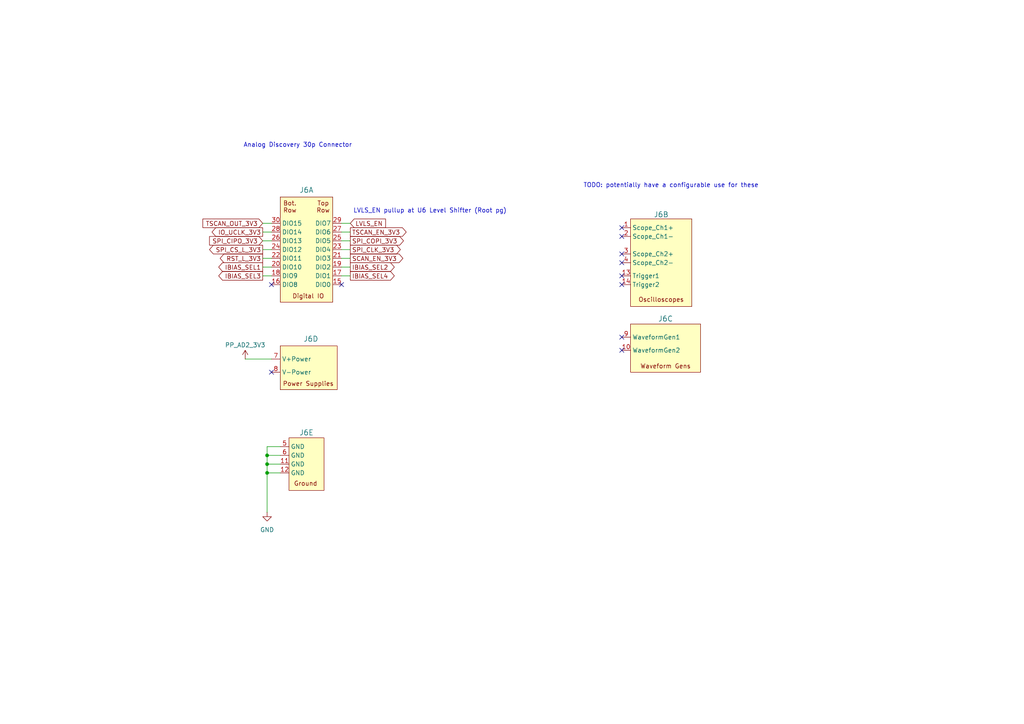
<source format=kicad_sch>
(kicad_sch (version 20231120) (generator "eeschema") (generator_version "8.0")
  (paper "A4")
  (lib_symbols
    (symbol "0_PHASE:ANALOG_DISCOVERY_30P"
      (property "Reference" "U" (at 0 16.764 0))
      (symbol "ANALOG_DISCOVERY_30P_1_1"
        (rectangle (start -7.62 15.24) (end 7.62 -15.24) (fill (type background)))
        (text "Bot.\nRow" (at -4.826 12.446 0) (effects (font (size 1.27 1.27))))
        (text "Digital IO" (at 0.508 -13.462 0) (effects (font (size 1.27 1.27))))
        (text "Top\nRow" (at 4.826 12.446 0) (effects (font (size 1.27 1.27))))
        (pin bidirectional line (at 10.16 -10.16 180) (length 2.54) (name "DIO0") (number "15"))
        (pin bidirectional line (at -10.16 -10.16 0) (length 2.54) (name "DIO8") (number "16"))
        (pin bidirectional line (at 10.16 -7.62 180) (length 2.54) (name "DIO1") (number "17"))
        (pin bidirectional line (at -10.16 -7.62 0) (length 2.54) (name "DIO9") (number "18"))
        (pin bidirectional line (at 10.16 -5.08 180) (length 2.54) (name "DIO2") (number "19"))
        (pin bidirectional line (at -10.16 -5.08 0) (length 2.54) (name "DIO10") (number "20"))
        (pin bidirectional line (at 10.16 -2.54 180) (length 2.54) (name "DIO3") (number "21"))
        (pin bidirectional line (at -10.16 -2.54 0) (length 2.54) (name "DIO11") (number "22"))
        (pin bidirectional line (at 10.16 0 180) (length 2.54) (name "DIO4") (number "23"))
        (pin bidirectional line (at -10.16 0 0) (length 2.54) (name "DIO12") (number "24"))
        (pin bidirectional line (at 10.16 2.54 180) (length 2.54) (name "DIO5") (number "25"))
        (pin bidirectional line (at -10.16 2.54 0) (length 2.54) (name "DIO13") (number "26"))
        (pin bidirectional line (at 10.16 5.08 180) (length 2.54) (name "DIO6") (number "27"))
        (pin bidirectional line (at -10.16 5.08 0) (length 2.54) (name "DIO14") (number "28"))
        (pin bidirectional line (at 10.16 7.62 180) (length 2.54) (name "DIO7") (number "29"))
        (pin bidirectional line (at -10.16 7.62 0) (length 2.54) (name "DIO15") (number "30"))
      )
      (symbol "ANALOG_DISCOVERY_30P_2_1"
        (rectangle (start -8.89 15.24) (end 8.89 -10.16) (fill (type background)))
        (text "Oscilloscopes" (at 0 -8.128 0) (effects (font (size 1.27 1.27))))
        (pin bidirectional line (at -11.43 12.7 0) (length 2.54) (name "Scope_Ch1+") (number "1"))
        (pin input line (at -11.43 -1.27 0) (length 2.54) (name "Trigger1") (number "13"))
        (pin input line (at -11.43 -3.81 0) (length 2.54) (name "Trigger2") (number "14"))
        (pin bidirectional line (at -11.43 10.16 0) (length 2.54) (name "Scope_Ch1-") (number "2"))
        (pin bidirectional line (at -11.43 5.08 0) (length 2.54) (name "Scope_Ch2+") (number "3"))
        (pin bidirectional line (at -11.43 2.54 0) (length 2.54) (name "Scope_Ch2-") (number "4"))
      )
      (symbol "ANALOG_DISCOVERY_30P_3_1"
        (rectangle (start -10.16 15.24) (end 10.16 1.27) (fill (type background)))
        (text "Waveform Gens" (at 0 3.048 0) (effects (font (size 1.27 1.27))))
        (pin output line (at -12.7 7.62 0) (length 2.54) (name "WaveformGen2") (number "10"))
        (pin output line (at -12.7 11.43 0) (length 2.54) (name "WaveformGen1") (number "9"))
      )
      (symbol "ANALOG_DISCOVERY_30P_4_1"
        (rectangle (start -8.89 15.24) (end 7.62 2.54) (fill (type background)))
        (text "Power Supplies" (at -0.762 4.318 0) (effects (font (size 1.27 1.27))))
        (pin power_out line (at -11.43 11.43 0) (length 2.54) (name "V+Power") (number "7"))
        (pin power_out line (at -11.43 7.62 0) (length 2.54) (name "V-Power") (number "8"))
      )
      (symbol "ANALOG_DISCOVERY_30P_5_1"
        (rectangle (start -5.08 15.24) (end 5.08 0) (fill (type background)))
        (text "Ground" (at -0.254 2.032 0) (effects (font (size 1.27 1.27))))
        (pin bidirectional line (at -7.62 7.62 0) (length 2.54) (name "GND") (number "11"))
        (pin bidirectional line (at -7.62 5.08 0) (length 2.54) (name "GND") (number "12"))
        (pin bidirectional line (at -7.62 12.7 0) (length 2.54) (name "GND") (number "5"))
        (pin bidirectional line (at -7.62 10.16 0) (length 2.54) (name "GND") (number "6"))
      )
    )
    (symbol "power:+1V2" (power) (pin_numbers hide) (pin_names (offset 0) hide)
      (property "Value" "+1V2" (at 0 3.556 0))
      (symbol "+1V2_0_1"
        (polyline (pts (xy -0.762 1.27) (xy 0 2.54)))
        (polyline (pts (xy 0 0) (xy 0 2.54)))
        (polyline (pts (xy 0 2.54) (xy 0.762 1.27)))
      )
      (symbol "+1V2_1_1"
        (pin power_in line (at 0 0 90) (length 0) (name "~") (number "1"))
      )
    )
    (symbol "power:GND" (power) (pin_numbers hide) (pin_names (offset 0) hide)
      (property "Value" "GND" (at 0 -3.81 0))
      (symbol "GND_0_1"
        (polyline (pts (xy 0 0) (xy 0 -1.27) (xy 1.27 -1.27) (xy 0 -2.54) (xy -1.27 -1.27) (xy 0 -1.27)))
      )
      (symbol "GND_1_1"
        (pin power_in line (at 0 0 270) (length 0) (name "~") (number "1"))
      )
    )
  )
  (junction (at 77.47 137.16))
  (junction (at 77.47 134.62))
  (junction (at 77.47 132.08))
  (no_connect (at 180.34 68.58))
  (no_connect (at 180.34 80.01))
  (no_connect (at 180.34 73.66))
  (no_connect (at 180.34 82.55))
  (no_connect (at 99.06 82.55))
  (no_connect (at 78.74 107.95))
  (no_connect (at 180.34 101.6))
  (no_connect (at 78.74 82.55))
  (no_connect (at 180.34 76.2))
  (no_connect (at 180.34 66.04))
  (no_connect (at 180.34 97.79))
  (wire (pts (xy 76.2 69.85) (xy 78.74 69.85)))
  (wire (pts (xy 77.47 134.62) (xy 77.47 137.16)))
  (wire (pts (xy 76.2 64.77) (xy 78.74 64.77)))
  (wire (pts (xy 76.2 72.39) (xy 78.74 72.39)))
  (wire (pts (xy 77.47 137.16) (xy 81.28 137.16)))
  (wire (pts (xy 76.2 74.93) (xy 78.74 74.93)))
  (wire (pts (xy 81.28 132.08) (xy 77.47 132.08)))
  (wire (pts (xy 77.47 129.54) (xy 77.47 132.08)))
  (wire (pts (xy 101.6 69.85) (xy 99.06 69.85)))
  (wire (pts (xy 76.2 80.01) (xy 78.74 80.01)))
  (wire (pts (xy 81.28 129.54) (xy 77.47 129.54)))
  (wire (pts (xy 101.6 80.01) (xy 99.06 80.01)))
  (wire (pts (xy 71.12 104.14) (xy 78.74 104.14)))
  (wire (pts (xy 76.2 77.47) (xy 78.74 77.47)))
  (wire (pts (xy 101.6 64.77) (xy 99.06 64.77)))
  (wire (pts (xy 77.47 137.16) (xy 77.47 148.59)))
  (wire (pts (xy 76.2 67.31) (xy 78.74 67.31)))
  (wire (pts (xy 101.6 67.31) (xy 99.06 67.31)))
  (wire (pts (xy 77.47 132.08) (xy 77.47 134.62)))
  (wire (pts (xy 101.6 74.93) (xy 99.06 74.93)))
  (wire (pts (xy 77.47 134.62) (xy 81.28 134.62)))
  (wire (pts (xy 101.6 72.39) (xy 99.06 72.39)))
  (wire (pts (xy 101.6 77.47) (xy 99.06 77.47)))
  (text "Analog Discovery 30p Connector\n\n" (at 86.36 43.18 0) (effects (font (size 1.27 1.27))))
  (text "LVLS_EN pullup at U6 Level Shifter (Root pg)" (at 124.714 61.214 0) (effects (font (size 1.27 1.27))))
  (text "TODO: potentially have a configurable use for these  " (at 195.58 53.848 0) (effects (font (size 1.27 1.27))))
  (global_label "IBIAS_SEL1" (shape output) (at 76.2 77.47 180) (property "Intersheetrefs" "${INTERSHEET_REFS}" (effects (hide yes))))
  (global_label "SPI_COPI_3V3" (shape output) (at 101.6 69.85 0) (property "Intersheetrefs" "${INTERSHEET_REFS}" (effects (hide yes))))
  (global_label "TSCAN_EN_3V3" (shape output) (at 101.6 67.31 0) (property "Intersheetrefs" "${INTERSHEET_REFS}" (effects (hide yes))))
  (global_label "SPI_CS_L_3V3" (shape output) (at 76.2 72.39 180) (property "Intersheetrefs" "${INTERSHEET_REFS}" (effects (hide yes))))
  (global_label "SCAN_EN_3V3" (shape output) (at 101.6 74.93 0) (property "Intersheetrefs" "${INTERSHEET_REFS}" (effects (hide yes))))
  (global_label "LVLS_EN" (shape input) (at 101.6 64.77 0) (property "Intersheetrefs" "${INTERSHEET_REFS}" (effects (hide yes))))
  (global_label "SPI_CIPO_3V3" (shape input) (at 76.2 69.85 180) (property "Intersheetrefs" "${INTERSHEET_REFS}" (effects (hide yes))))
  (global_label "IBIAS_SEL2" (shape output) (at 101.6 77.47 0) (property "Intersheetrefs" "${INTERSHEET_REFS}" (effects (hide yes))))
  (global_label "RST_L_3V3" (shape output) (at 76.2 74.93 180) (property "Intersheetrefs" "${INTERSHEET_REFS}" (effects (hide yes))))
  (global_label "TSCAN_OUT_3V3" (shape input) (at 76.2 64.77 180) (property "Intersheetrefs" "${INTERSHEET_REFS}" (effects (hide yes))))
  (global_label "IO_UCLK_3V3" (shape output) (at 76.2 67.31 180) (property "Intersheetrefs" "${INTERSHEET_REFS}" (effects (hide yes))))
  (global_label "SPI_CLK_3V3" (shape output) (at 101.6 72.39 0) (property "Intersheetrefs" "${INTERSHEET_REFS}" (effects (hide yes))))
  (global_label "IBIAS_SEL3" (shape output) (at 76.2 80.01 180) (property "Intersheetrefs" "${INTERSHEET_REFS}" (effects (hide yes))))
  (global_label "IBIAS_SEL4" (shape output) (at 101.6 80.01 0) (property "Intersheetrefs" "${INTERSHEET_REFS}" (effects (hide yes))))
  (symbol (lib_id "power:+1V2") (at 71.12 104.14 0) (unit 1)
    (property "Reference" "#PWR027" (effects (hide yes)))
    (property "Value" "PP_AD2_3V3" (at 71.12 100.076 0))
    (property "Description" "Power symbol creates a global label with name \"+1V2\"" (effects (hide yes)))
  )
  (symbol (lib_id "0_PHASE:ANALOG_DISCOVERY_30P") (at 88.9 72.39 0) (unit 1)
    (property "Reference" "J6" (at 88.9 55.118 0) (effects (font (size 1.524 1.524))))
    (property "Footprint" "Connector_PinHeader_2.54mm:PinHeader_2x15_P2.54mm_Horizontal" (effects (hide yes)))
    (property "Datasheet" "https://digilent.com/reference/test-and-measurement/analog-discovery-2/hardware-design-guide?srsltid=AfmBOooxL_2sN8BQ-n70rVAiv_qMq3UgaYIzH_ajAjg_Y31fjHSX8sLa" (effects (hide yes)))
    (property "Description" "30-pin 2row 2.54mm pitch connector for Digilent Analog Discovery 2/3" (effects (hide yes)))
  )
  (symbol (lib_id "0_PHASE:ANALOG_DISCOVERY_30P") (at 88.9 142.24 0) (unit 5)
    (property "Reference" "J6" (at 88.9 125.476 0) (effects (font (size 1.524 1.524))))
    (property "Footprint" "Connector_PinHeader_2.54mm:PinHeader_2x15_P2.54mm_Horizontal" (effects (hide yes)))
    (property "Datasheet" "https://digilent.com/reference/test-and-measurement/analog-discovery-2/hardware-design-guide?srsltid=AfmBOooxL_2sN8BQ-n70rVAiv_qMq3UgaYIzH_ajAjg_Y31fjHSX8sLa" (effects (hide yes)))
    (property "Description" "30-pin 2row 2.54mm pitch connector for Digilent Analog Discovery 2/3" (effects (hide yes)))
  )
  (symbol (lib_id "power:GND") (at 77.47 148.59 0) (unit 1)
    (property "Reference" "#PWR064" (effects (hide yes)))
    (property "Value" "GND" (at 77.47 153.67 0))
    (property "Description" "Power symbol creates a global label with name \"GND\" , ground" (effects (hide yes)))
  )
  (symbol (lib_id "0_PHASE:ANALOG_DISCOVERY_30P") (at 191.77 78.74 0) (unit 2)
    (property "Reference" "J6" (at 191.77 62.23 0) (effects (font (size 1.524 1.524))))
    (property "Footprint" "Connector_PinHeader_2.54mm:PinHeader_2x15_P2.54mm_Horizontal" (effects (hide yes)))
    (property "Datasheet" "https://digilent.com/reference/test-and-measurement/analog-discovery-2/hardware-design-guide?srsltid=AfmBOooxL_2sN8BQ-n70rVAiv_qMq3UgaYIzH_ajAjg_Y31fjHSX8sLa" (effects (hide yes)))
    (property "Description" "30-pin 2row 2.54mm pitch connector for Digilent Analog Discovery 2/3" (effects (hide yes)))
  )
  (symbol (lib_id "0_PHASE:ANALOG_DISCOVERY_30P") (at 90.17 115.57 0) (unit 4)
    (property "Reference" "J6" (at 90.17 98.298 0) (effects (font (size 1.524 1.524))))
    (property "Footprint" "Connector_PinHeader_2.54mm:PinHeader_2x15_P2.54mm_Horizontal" (effects (hide yes)))
    (property "Datasheet" "https://digilent.com/reference/test-and-measurement/analog-discovery-2/hardware-design-guide?srsltid=AfmBOooxL_2sN8BQ-n70rVAiv_qMq3UgaYIzH_ajAjg_Y31fjHSX8sLa" (effects (hide yes)))
    (property "Description" "30-pin 2row 2.54mm pitch connector for Digilent Analog Discovery 2/3" (effects (hide yes)))
  )
  (symbol (lib_id "0_PHASE:ANALOG_DISCOVERY_30P") (at 193.04 109.22 0) (unit 3)
    (property "Reference" "J6" (at 193.04 92.456 0) (effects (font (size 1.524 1.524))))
    (property "Footprint" "Connector_PinHeader_2.54mm:PinHeader_2x15_P2.54mm_Horizontal" (effects (hide yes)))
    (property "Datasheet" "https://digilent.com/reference/test-and-measurement/analog-discovery-2/hardware-design-guide?srsltid=AfmBOooxL_2sN8BQ-n70rVAiv_qMq3UgaYIzH_ajAjg_Y31fjHSX8sLa" (effects (hide yes)))
    (property "Description" "30-pin 2row 2.54mm pitch connector for Digilent Analog Discovery 2/3" (effects (hide yes)))
  )
)
</source>
